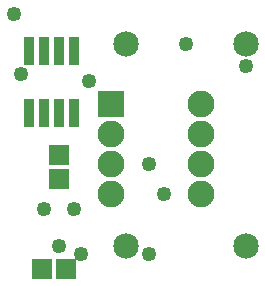
<source format=gts>
G04 MADE WITH FRITZING*
G04 WWW.FRITZING.ORG*
G04 DOUBLE SIDED*
G04 HOLES PLATED*
G04 CONTOUR ON CENTER OF CONTOUR VECTOR*
%ASAXBY*%
%FSLAX23Y23*%
%MOIN*%
%OFA0B0*%
%SFA1.0B1.0*%
%ADD10C,0.085000*%
%ADD11C,0.049370*%
%ADD12C,0.089370*%
%ADD13R,0.069055X0.065118*%
%ADD14R,0.034000X0.097000*%
%ADD15R,0.065118X0.069055*%
%ADD16R,0.089370X0.089370*%
%LNMASK1*%
G90*
G70*
G54D10*
X819Y815D03*
X419Y815D03*
G54D11*
X819Y740D03*
X619Y815D03*
X544Y315D03*
X194Y140D03*
X269Y115D03*
X69Y715D03*
G54D10*
X819Y140D03*
X419Y140D03*
G54D12*
X369Y615D03*
X669Y615D03*
X369Y515D03*
X669Y515D03*
X369Y415D03*
X669Y415D03*
X369Y315D03*
X669Y315D03*
G54D11*
X494Y115D03*
X244Y265D03*
X144Y265D03*
X44Y915D03*
X294Y690D03*
X494Y415D03*
G54D13*
X194Y365D03*
X194Y446D03*
G54D14*
X94Y584D03*
X144Y584D03*
X194Y584D03*
X244Y584D03*
X244Y790D03*
X194Y790D03*
X144Y790D03*
X94Y790D03*
G54D15*
X219Y65D03*
X139Y65D03*
G54D16*
X369Y615D03*
G04 End of Mask1*
M02*
</source>
